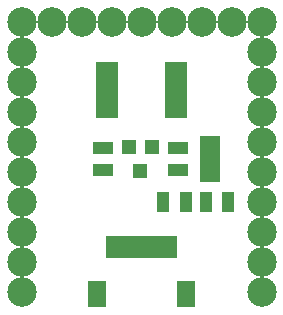
<source format=gbr>
G04 #@! TF.FileFunction,Soldermask,Top*
%FSLAX46Y46*%
G04 Gerber Fmt 4.6, Leading zero omitted, Abs format (unit mm)*
G04 Created by KiCad (PCBNEW 4.0.6) date 12/07/19 11:03:23*
%MOMM*%
%LPD*%
G01*
G04 APERTURE LIST*
%ADD10C,0.100000*%
%ADD11C,2.500000*%
%ADD12R,1.670000X1.370000*%
%ADD13R,1.200000X1.300000*%
%ADD14R,1.100000X1.700000*%
%ADD15R,1.700000X1.100000*%
%ADD16R,1.850000X0.850000*%
%ADD17R,1.000000X1.950000*%
%ADD18R,1.600000X2.200000*%
G04 APERTURE END LIST*
D10*
D11*
X161571000Y-67845000D03*
X161571000Y-70385000D03*
X161571000Y-72925000D03*
X161571000Y-75465000D03*
X161571000Y-78005000D03*
X161571000Y-80545000D03*
X161571000Y-83085000D03*
X161571000Y-85625000D03*
X161571000Y-88165000D03*
X161571000Y-65305000D03*
X159031000Y-65305000D03*
X156491000Y-65305000D03*
X153951000Y-65305000D03*
X151411000Y-65305000D03*
X148871000Y-65305000D03*
X146331000Y-65305000D03*
X143791000Y-65305000D03*
X141251000Y-65305000D03*
X141251000Y-67845000D03*
X141251000Y-70385000D03*
X141251000Y-72925000D03*
X141251000Y-75465000D03*
X141251000Y-78005000D03*
X141251000Y-80545000D03*
X141251000Y-83085000D03*
X141251000Y-85625000D03*
X141251000Y-88165000D03*
D12*
X157211000Y-75655000D03*
X157211000Y-76925000D03*
X157211000Y-78195000D03*
D13*
X152261000Y-75925000D03*
X150361000Y-75925000D03*
X151311000Y-77925000D03*
D14*
X158761000Y-80525000D03*
X156861000Y-80525000D03*
X155161000Y-80525000D03*
X153261000Y-80525000D03*
D15*
X148161000Y-77875000D03*
X148161000Y-75975000D03*
X154461000Y-75975000D03*
X154461000Y-77875000D03*
D16*
X148461000Y-69075000D03*
X148461000Y-69725000D03*
X148461000Y-70375000D03*
X148461000Y-71025000D03*
X148461000Y-71675000D03*
X148461000Y-72325000D03*
X148461000Y-72975000D03*
X154361000Y-72975000D03*
X154361000Y-72325000D03*
X154361000Y-71675000D03*
X154361000Y-71025000D03*
X154361000Y-70375000D03*
X154361000Y-69725000D03*
X154361000Y-69075000D03*
D17*
X153911000Y-84370000D03*
X152911000Y-84370000D03*
X151911000Y-84370000D03*
X150911000Y-84370000D03*
X149911000Y-84370000D03*
X148911000Y-84370000D03*
D18*
X155211000Y-88375000D03*
X147611000Y-88375000D03*
M02*

</source>
